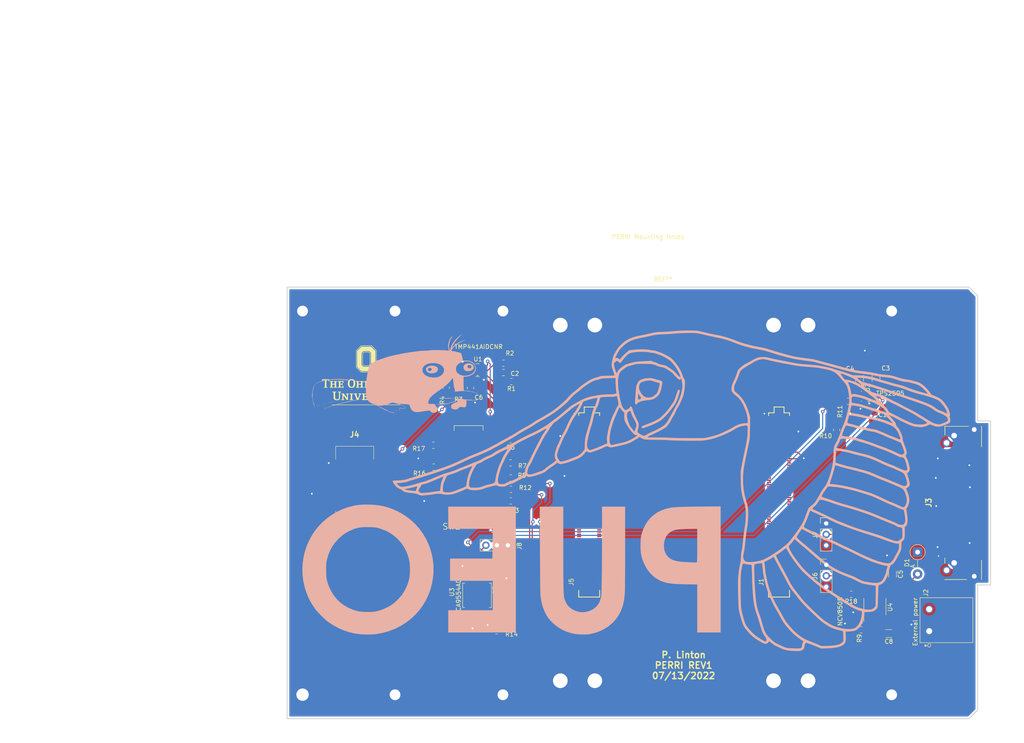
<source format=kicad_pcb>
(kicad_pcb (version 20211014) (generator pcbnew)
  (layers (0 "F.Cu" signal) (31 "B.Cu" signal) (34 "B.Paste" user) (35 "F.Paste" user) (36 "B.SilkS" user "B.Silkscreen") (37 "F.SilkS" user "F.Silkscreen") (38 "B.Mask" user) (39 "F.Mask" user) (44 "Edge.Cuts" user))
  (net 0 "")
  (net 1 "Net-(C1-Pad1)")
  (net 2 "GND")
  (net 3 "Net-(C2-Pad1)")
  (net 4 "Net-(C2-Pad2)")
  (net 5 "+12V")
  (net 6 "/12V_To_Hat")
  (net 7 "Net-(C5-Pad2)")
  (net 8 "+5V")
  (net 9 "/DXN")
  (net 10 "/DXP")
  (net 11 "Net-(R16-Pad1)")
  (net 12 "Net-(R17-Pad1)")
  (net 229 "/SDA")
  (net 230 "/SCL")
  (net 375 "Net-(J6-Pad2)")
  (net 376 "Net-(J7-Pad2)")
  (net 377 "/DS_EN")
  (net 378 "/To_Efuse_EN")
  (net 379 "/GPIO_EN")
  (net 380 "/TMP_A1")
  (net 381 "/TMP_A0")
  (net 382 "Net-(R9-Pad2)")
  (net 383 "/FLT")
  (net 384 "Net-(R11-Pad1)")
  (net 385 "/GPIO_A0")
  (net 386 "Net-(R18-Pad1)")
  (net 387 "/GPIO_A1")
  (net 388 "/GPIO_A2")
  (footprint "footprints:1757242" (layer "F.Cu") (at 237.15 120.86 90)
    (fp_text reference "J2")
    (fp_text value "External power")
  )
  (footprint "Resistor_SMD:R_0805_2012Metric" (layer "F.Cu") (at 127.98 69.59 90)
    (fp_text reference "R3")
    (fp_text value "R_US")
  )
  (footprint "Capacitor_SMD:C_1206_3216Metric" (layer "F.Cu") (at 221.01 67.39 90)
    (fp_text reference "C4")
    (fp_text value "C_Polarized_US")
  )
  (footprint "footprints:OSU_Logo" (layer "F.Cu") (at 106.73 66.65)
    (fp_text reference "G***" hide)
    (fp_text value "LOGO" hide)
  )
  (footprint "Diode_THT:D_DO-41_SOD81_P5.08mm_Vertical_AnodeUp" (layer "F.Cu") (at 234.46 107.637818 -90)
    (fp_text reference "D1")
    (fp_text value "DIODE")
  )
  (footprint "Resistor_SMD:R_0805_2012Metric" (layer "F.Cu") (at 215.7 79.32 -90)
    (fp_text reference "R10")
    (fp_text value "R_US")
  )
  (footprint "Capacitor_SMD:C_1206_3216Metric" (layer "F.Cu") (at 224.83 67.37 90)
    (fp_text reference "C3")
    (fp_text value "C_Polarized_US")
  )
  (footprint "Resistor_SMD:R_0805_2012Metric" (layer "F.Cu") (at 140.35625 68.11 180)
    (fp_text reference "R1")
    (fp_text value "R_US")
  )
  (footprint "Resistor_SMD:R_0805_2012Metric" (layer "F.Cu") (at 140.15 86.95)
    (fp_text reference "R7")
    (fp_text value "R_US")
  )
  (footprint "footprints:PUEO150" (layer "F.Cu") (at 166.98 93.4)
    (fp_text reference "G***" hide)
    (fp_text value "LOGO" hide)
  )
  (footprint "footprints:302010030000" (layer "F.Cu") (at 103.8 92.1 -90)
    (fp_text reference "J4")
    (fp_text value "Conn_02x05_Counter_Clockwise" hide)
  )
  (footprint "Connector_PinHeader_2.54mm:PinHeader_1x03_P2.54mm_Vertical" (layer "F.Cu") (at 139.52 106.04 -90)
    (fp_text reference "J8")
    (fp_text value "Conn_01x03")
  )
  (footprint "Capacitor_SMD:C_1206_3216Metric" (layer "F.Cu") (at 228.65 112.74 -90)
    (fp_text reference "C5")
    (fp_text value "0.1uF")
  )
  (footprint "Resistor_SMD:R_0805_2012Metric" (layer "F.Cu") (at 136.92 123.67 180)
    (fp_text reference "R15")
    (fp_text value "R_US")
  )
  (footprint "footprints:SAMTEC_SS5-80-3.00-X-D-K-XX" (layer "F.Cu") (at 158.369396 96.233 90)
    (fp_text reference "J5")
    (fp_text value "SS5-80-3.00-X-D-K-XX")
  )
  (footprint "Capacitor_SMD:C_0805_2012Metric" (layer "F.Cu") (at 138.24 116.53 90)
    (fp_text reference "C7")
    (fp_text value "C_Small")
  )
  (footprint "footprints:FX23100S05SH" (layer "F.Cu") (at 245.027996 96.233 90)
    (fp_text reference "J3")
    (fp_text value "Conn_02x50_Counter_Clockwise" hide)
  )
  (footprint "Package_SO:SOIC-8-1EP_3.9x4.9mm_P1.27mm_EP2.514x3.2mm" (layer "F.Cu") (at 224.569725 120.262425 90)
    (fp_text reference "U4")
    (fp_text value "NCV8508")
  )
  (footprint "footprints:Perry" (layer "F.Cu") (at 113.77 67.73)
    (fp_text reference "G***" hide)
    (fp_text value "LOGO" hide)
  )
  (footprint "Resistor_SMD:R_0805_2012Metric" (layer "F.Cu") (at 140.24 93.08)
    (fp_text reference "R12")
    (fp_text value "R_US")
  )
  (footprint "Connector_PinHeader_2.54mm:PinHeader_1x03_P2.54mm_Vertical" (layer "F.Cu") (at 213.28 100.985)
    (fp_text reference "J7")
    (fp_text value "Conn_01x03")
  )
  (footprint "Connector_PinHeader_2.54mm:PinHeader_1x03_P2.54mm_Vertical" (layer "F.Cu") (at 213.31 110.575)
    (fp_text reference "J6")
    (fp_text value "Conn_01x03")
  )
  (footprint "Resistor_SMD:R_0805_2012Metric" (layer "F.Cu") (at 138.48625 63.86 180)
    (fp_text reference "R2")
    (fp_text value "R_US")
  )
  (footprint "Resistor_SMD:R_0805_2012Metric" (layer "F.Cu") (at 218.36 72.67 180)
    (fp_text reference "R11")
    (fp_text value "R_US")
  )
  (footprint "TPS441:TPS259525DSGR" (layer "F.Cu") (at 222.4352 71.5242 180)
    (fp_text reference "U2")
    (fp_text value "TPS2595")
  )
  (footprint "Capacitor_SMD:C_0805_2012Metric" (layer "F.Cu") (at 130.88 69.59 -90)
    (fp_text reference "C6")
    (fp_text value "C_Small")
  )
  (footprint "footprints:PERRI_Outline" (layer "F.Cu") (at 175.391196 90.2348)
    (fp_text reference "REF**")
    (fp_text value "PERRI_Outline")
    (fp_line (start 72.9882 24.9944) (end 72.9882 53.9944) (layer "Edge.Cuts") (width 0.2))
    (fp_line (start 75.9882 24.9944) (end 72.9882 24.9944) (layer "Edge.Cuts") (width 0.2))
    (fp_line (start 72.9882 -13.0056) (end 75.9882 -13.0056) (layer "Edge.Cuts") (width 0.2))
    (fp_line (start 70.9882 55.9944) (end -87.0118 55.9944) (layer "Edge.Cuts") (width 0.2))
    (fp_line (start 72.9882 -42.0056) (end 72.9882 -13.0056) (layer "Edge.Cuts") (width 0.2))
    (fp_line (start -87.0118 55.9944) (end -87.0118 -44.0056) (layer "Edge.Cuts") (width 0.2))
    (fp_line (start 75.9882 -13.0056) (end 75.9882 24.9944) (layer "Edge.Cuts") (width 0.2))
    (fp_line (start 70.9882 -44.0056) (end 72.9882 -42.0056) (layer "Edge.Cuts") (width 0.2))
    (fp_line (start -87.0118 -44.0056) (end 70.9882 -44.0056) (layer "Edge.Cuts") (width 0.2))
    (fp_line (start 72.9882 53.9944) (end 70.9882 55.9944) (layer "Edge.Cuts") (width 0.2))
  )
  (footprint "Resistor_SMD:R_0805_2012Metric" (layer "F.Cu") (at 122.26 82.87 180)
    (fp_text reference "R17")
    (fp_text value "R_US")
  )
  (footprint "Resistor_SMD:R_0805_2012Metric" (layer "F.Cu") (at 136.92 125.84 180)
    (fp_text reference "R14")
    (fp_text value "R_US")
  )
  (footprint "Resistor_SMD:R_0805_2012Metric" (layer "F.Cu") (at 219.06 117.4 180)
    (fp_text reference "R18")
    (fp_text value "R_US")
  )
  (footprint "Resistor_SMD:R_0805_2012Metric" (layer "F.Cu") (at 125.24 69.55 90)
    (fp_text reference "R4")
    (fp_text value "R_US")
  )
  (footprint "Resistor_SMD:R_0805_2012Metric" (layer "F.Cu") (at 140.22 95.76)
    (fp_text reference "R13")
    (fp_text value "R_US")
  )
  (footprint "footprints:TMP441AIDCNR" (layer "F.Cu") (at 132.514601 65.46165 180)
    (fp_text reference "U1")
    (fp_text value "TMP441AIDCNR")
  )
  (footprint "Resistor_SMD:R_0805_2012Metric" (layer "F.Cu") (at 140.14 81.6)
    (fp_text reference "R6")
    (fp_text value "R_US")
  )
  (footprint "PCA9554ADB:PCA9554ADB" (layer "F.Cu") (at 132.3775 117.64195 -90)
    (fp_text reference "U3")
    (fp_text value "PCA9554ADB")
  )
  (footprint "Resistor_SMD:R_0805_2012Metric" (layer "F.Cu") (at 135.39 101.93 180)
    (fp_text reference "R5")
    (fp_text value "R_US")
  )
  (footprint "Resistor_SMD:R_0805_2012Metric" (layer "F.Cu") (at 140.22 90.45)
    (fp_text reference "R8")
    (fp_text value "R_US")
  )
  (footprint "footprints:SAMTEC_SS5-80-3.00-X-D-K-XX" (layer "F.Cu") (at 202.369396 96.233 90)
    (fp_text reference "J1")
    (fp_text value "SS5-80-3.00-X-D-K-XX")
  )
  (footprint "footprints:SW_219-8LPSTRF" (layer "F.Cu") (at 130.430299 89.23 180)
    (fp_text reference "SW2")
    (fp_text value "SW_DIP_x08")
  )
  (footprint "footprints:PERRI_Mounting_Holes" (layer "F.Cu") (at 172.579551 90.239551)
    (fp_text reference "PERRI Mounting Holes")
    (fp_text value "PERRI_Mounting_Holes")
  )
  (footprint "Capacitor_SMD:C_0805_2012Metric" (layer "F.Cu") (at 138.51625 66.02 180)
    (fp_text reference "C2")
    (fp_text value "C_Small")
  )
  (footprint "Capacitor_SMD:C_0805_2012Metric" (layer "F.Cu") (at 224.5 74.51 -90)
    (fp_text reference "C1")
    (fp_text value "C")
  )
  (footprint "Resistor_SMD:R_0805_2012Metric" (layer "F.Cu") (at 221.38 125.62)
    (fp_text reference "R9")
    (fp_text value "R_US")
  )
  (footprint "Capacitor_SMD:C_1206_3216Metric" (layer "F.Cu") (at 227.79 126.49 180)
    (fp_text reference "C8")
    (fp_text value "1uF")
  )
  (footprint "Resistor_SMD:R_0805_2012Metric" (layer "F.Cu") (at 122.34165 87.94 180)
    (fp_text reference "R16")
    (fp_text value "R_US")
  )
  (gr_text "P. Linton\nPERRI REV1\n07/13/2022" (at 180.25 133.86) (layer "F.SilkS") (effects (font (size 1.5 1.5) (thickness 0.3))))
  (segment (start 223.385201 72.274201) (end 224.034201 72.274201) (width 0.25) (layer "F.Cu") (net 1))
  (segment (start 224.034201 72.274201) (end 224.5 72.74) (width 0.25) (layer "F.Cu") (net 1))
  (segment (start 224.5 72.74) (end 224.5 73.56) (width 0.25) (layer "F.Cu") (net 1))
  (segment (start 130.102501 111.962501) (end 129 110.86) (width 0.25) (layer "F.Cu") (net 2))
  (segment (start 204.704396 87.483) (end 206.497 87.483) (width 0.25) (layer "F.Cu") (net 2))
  (segment (start 239.727 87.983) (end 238.67 89.04) (width 0.25) (layer "F.Cu") (net 2))
  (segment (start 126.125299 93.04) (end 123.09 93.04) (width 0.25) (layer "F.Cu") (net 2))
  (segment (start 204.704396 84.483) (end 206.703 84.483) (width 0.25) (layer "F.Cu") (net 2))
  (segment (start 247.478974 103.483) (end 246.42 104.541974) (width 0.25) (layer "F.Cu") (net 2))
  (segment (start 129.976651 64.486651) (end 129.04 63.55) (width 0.25) (layer "F.Cu") (net 2))
  (segment (start 241.801996 89.483) (end 239.347 89.483) (width 0.25) (layer "F.Cu") (net 2))
  (segment (start 239.713 86.483) (end 239.205 85.975) (width 0.25) (layer "F.Cu") (net 2))
  (segment (start 238.67 90.16) (end 238.67 90.43) (width 0.25) (layer "F.Cu") (net 2))
  (segment (start 239.090974 105.07) (end 239.090974 106.459026) (width 0.25) (layer "F.Cu") (net 2))
  (segment (start 240.677974 104.983) (end 239.090974 106.57) (width 0.25) (layer "F.Cu") (net 2))
  (segment (start 206.295 79.145) (end 206.84 79.69) (width 0.25) (layer "F.Cu") (net 2))
  (segment (start 241.801996 95.483) (end 240.617 95.483) (width 0.25) (layer "F.Cu") (net 2))
  (segment (start 153.69 89.976) (end 153.697 89.983) (width 0.25) (layer "F.Cu") (net 2))
  (segment (start 247.478974 89.483) (end 246.46 88.464026) (width 0.25) (layer "F.Cu") (net 2))
  (segment (start 204.704396 82.983) (end 205.468418 82.983) (width 0.25) (layer "F.Cu") (net 2))
  (segment (start 239.685974 85.975) (end 239.205 85.975) (width 0.25) (layer "F.Cu") (net 2))
  (segment (start 246.46 86.001974) (end 247.478974 84.983) (width 0.25) (layer "F.Cu") (net 2))
  (segment (start 206.295 80.656418) (end 206.295 79.995) (width 0.25) (layer "F.Cu") (net 2))
  (segment (start 240.677974 84.983) (end 239.685974 85.975) (width 0.25) (layer "F.Cu") (net 2))
  (segment (start 238.78 98.585026) (end 238.78 97.32) (width 0.25) (layer "F.Cu") (net 2))
  (segment (start 240.677974 100.483) (end 238.78 98.585026) (width 0.25) (layer "F.Cu") (net 2))
  (segment (start 246.941026 87.983) (end 246.46 87.501974) (width 0.25) (layer "F.Cu") (net 2))
  (segment (start 241.801996 92.483) (end 240.153 92.483) (width 0.25) (layer "F.Cu") (net 2))
  (segment (start 248.677996 104.983) (end 246.647 104.983) (width 0.25) (layer "F.Cu") (net 2))
  (segment (start 240.617 95.483) (end 238.985 97.115) (width 0.25) (layer "F.Cu") (net 2))
  (segment (start 220.887575 120.262425) (end 219.56 121.59) (width 0.25) (layer "F.Cu") (net 2))
  (segment (start 223.21 61.31) (end 222.84 60.94) (width 0.25) (layer "F.Cu") (net 2))
  (segment (start 241.801996 84.983) (end 240.677974 84.983) (width 0.25) (layer "F.Cu") (net 2))
  (segment (start 224.569725 120.262425) (end 220.887575 120.262425) (width 0.25) (layer "F.Cu") (net 2))
  (segment (start 230.96 126.49) (end 233.03 124.42) (width 0.25) (layer "F.Cu") (net 2))
  (segment (start 238.78 96.95) (end 238.78 97.32) (width 0.25) (layer "F.Cu") (net 2))
  (segment (start 100.775 92.1) (end 96.1 92.1) (width 0.25) (layer "F.Cu") (net 2))
  (segment (start 205.633 78.483) (end 206.295 79.145) (width 0.25) (layer "F.Cu") (net 2))
  (segment (start 155.692996 83.983) (end 154.753 83.983) (width 0.25) (layer "F.Cu") (net 2))
  (segment (start 153.04 81.2) (end 152.14 81.2) (width 0.25) (layer "F.Cu") (net 2))
  (segment (start 241.801996 87.983) (end 239.727 87.983) (width 0.25) (layer "F.Cu") (net 2))
  (segment (start 246.42 104.541974) (end 246.42 105.21) (width 0.25) (layer "F.Cu") (net 2))
  (segment (start 247.478974 107.983) (end 246.42 106.924026) (width 0.25) (layer "F.Cu") (net 2))
  (segment (start 246.42 105.424026) (end 246.42 105.21) (width 0.25) (layer "F.Cu") (net 2))
  (segment (start 154.713 91.983) (end 153.697 90.967) (width 0.25) (layer "F.Cu") (net 2))
  (segment (start 154.928974 85.983) (end 153.69 87.221974) (width 0.25) (layer "F.Cu") (net 2))
  (segment (start 241.801996 90.983) (end 238.807 90.983) (width 0.25) (layer "F.Cu") (net 2))
  (segment (start 248.677996 103.483) (end 247.478974 103.483) (width 0.25) (layer "F.Cu") (net 2))
  (segment (start 155.692996 87.983) (end 154.427 87.983) (width 0.25) (layer "F.Cu") (net 2))
  (segment (start 207.997 85.983) (end 208.1 85.88) (width 0.25) (layer "F.Cu") (net 2))
  (segment (start 241.801996 93.983) (end 240.677974 93.983) (width 0.25) (layer "F.Cu") (net 2))
  (segment (start 224.5 75.46) (end 222.29 75.46) (width 0.25) (layer "F.Cu") (net 2))
  (segment (start 240.153 92.483) (end 238.73 91.06) (width 0.25) (layer "F.Cu") (net 2))
  (segment (start 122.43 98.12) (end 120.22 95.91) (width 0.25) (layer "F.Cu") (net 2))
  (segment (start 121.82 85.42) (end 121.3475 84.9475) (width 0.25) (layer "F.Cu") (net 2))
  (segment (start 239.205 85.975) (end 239.14 85.91) (width 0.25) (layer "F.Cu") (net 2))
  (segment (start 121.3475 84.9475) (end 119.7525 84.9475) (width 0.25) (layer "F.Cu") (net 2))
  (segment (start 222.00922 72.274201) (end 222.4352 71.848221) (width 0.25) (layer "F.Cu") (net 2))
  (segment (start 238.67 91) (end 238.73 91.06) (width 0.25) (layer "F.Cu") (net 2))
  (segment (start 239.090974 106.57) (end 238.97 106.57) (width 0.25) (layer "F.Cu") (net 2))
  (segment (start 224.569725 121.210275) (end 224.569725 120.262425) (width 0.25) (layer "F.Cu") (net 2))
  (segment (start 223.934725 121.845275) (end 224.569725 121.210275) (width 0.25) (layer "F.Cu") (net 2))
  (segment (start 247.478974 96.983) (end 246.35 95.854026) (width 0.25) (layer "F.Cu") (net 2))
  (segment (start 222.4352 73.1948) (end 221.23 74.4) (width 0.25) (layer "F.Cu") (net 2))
  (segment (start 240.677974 103.483) (end 239.090974 105.07) (width 0.25) (layer "F.Cu") (net 2))
  (segment (start 130.88 70.54) (end 130.88 71.91) (width 0.25) (layer "F.Cu") (net 2))
  (segment (start 248.677996 87.983) (end 246.941026 87.983) (width 0.25) (layer "F.Cu") (net 2))
  (segment (start 219.06 125.62) (end 217.62 124.18) (width 0.25) (layer "F.Cu") (net 2))
  (segment (start 206.295 82.156418) (end 206.295 80.656418) (width 0.25) (layer "F.Cu") (net 2))
  (segment (start 248.677996 106.483) (end 247.478974 106.483) (width 0.25) (layer "F.Cu") (net 2))
  (segment (start 222.29 75.46) (end 221.23 74.4) (width 0.25) (layer "F.Cu") (net 2))
  (segment (start 121.66 90.5) (end 120.14 92.02) (width 0.25) (layer "F.Cu") (net 2))
  (segment (start 223.934725 122.899925) (end 223.934725 121.845275) (width 0.25) (layer "F.Cu") (net 2))
  (segment (start 221.01 65.915) (end 221.01 64.65) (width 0.25) (layer "F.Cu") (net 2))
  (segment (start 246.46 88.464026) (end 246.46 87.501974) (width 0.25) (layer "F.Cu") (net 2))
  (segment (start 241.801996 86.483) (end 239.713 86.483) (width 0.25) (layer "F.Cu") (net 2))
  (segment (start 223.21 62.45) (end 223.21 61.31) (width 0.25) (layer "F.Cu") (net 2))
  (segment (start 138.24 115.58) (end 138.24 114.61) (width 0.25) (layer "F.Cu") (net 2))
  (segment (start 120.14 95.83) (end 120.22 95.91) (width 0.25) (layer "F.Cu") (net 2))
  (segment (start 155.692996 91.983) (end 154.713 91.983) (width 0.25) (layer "F.Cu") (net 2))
  (segment (start 241.801996 104.983) (end 240.677974 104.983) (width 0.25) (layer "F.Cu") (net 2))
  (segment (start 247.478974 95.483) (end 246.35 94.354026) (width 0.25) (layer "F.Cu") (net 2))
  (segment (start 238.807 90.983) (end 238.73 91.06) (width 0.25) (layer "F.Cu") (net 2))
  (segment (start 154.567 79.983) (end 153.35 81.2) (width 0.25) (layer "F.Cu") (net 2))
  (segment (start 155.692996 89.983) (end 153.697 89.983) (width 0.25) (layer "F.Cu") (net 2))
  (segment (start 152.14 81.2) (end 151.67 80.73) (width 0.25) (layer "F.Cu") (net 2))
  (segment (start 238.67 89.04) (end 238.67 90.43) (width 0.25) (layer "F.Cu") (net 2))
  (segment (start 247.478974 84.983) (end 248.677996 84.983) (width 0.25) (layer "F.Cu") (net 2))
  (segment (start 241.801996 100.483) (end 240.677974 100.483) (width 0.25) (layer "F.Cu") (net 2))
  (segment (start 154.427 87.983) (end 153.69 88.72) (width 0.25) (layer "F.Cu") (net 2))
  (segment (start 247.478974 90.983) (end 246.35 92.111974) (width 0.25) (layer "F.Cu") (net 2))
  (segment (start 217.4475 72.67) (end 217.4475 74.0975) (width 0.25) (layer "F.Cu") (net 2))
  (segment (start 224.83 65.895) (end 224.83 64.07) (width 0.25) (layer "F.Cu") (net 2))
  (segment (start 126.125299 85.42) (end 121.82 85.42) (width 0.25) (layer "F.Cu") (net 2))
  (segment (start 228.65 111.265) (end 228.65 109.67) (width 0.25) (layer "F.Cu") (net 2))
  (segment (start 239.737 106.483) (end 239.31 106.91) (width 0.25) (layer "F.Cu") (net 2))
  (segment (start 248.677996 92.483) (end 246.707 92.483) (width 0.25) (layer "F.Cu") (net 2))
  (segment (start 155.692996 85.983) (end 154.928974 85.983) (width 0.25) (layer "F.Cu") (net 2))
  (segment (start 246.585 92.605) (end 246.35 92.84) (width 0.25) (layer "F.Cu") (net 2))
  (segment (start 241.801996 106.483) (end 239.737 106.483) (width 0.25) (layer "F.Cu") (net 2))
  (segment (start 153.69 88.72) (end 153.69 89.976) (width 0.25) (layer "F.Cu") (net 2))
  (segment (start 246.46 87.501974) (end 246.46 86.001974) (width 0.25) (layer "F.Cu") (net 2))
  (segment (start 121.3475 84.9475) (end 121.3475 82.87) (width 0.25) (layer "F.Cu") (net 2))
  (segment (start 154.133 81.983) (end 153.35 81.2) (width 0.25) (layer "F.Cu") (net 2))
  (segment (start 121.42915 85.02915) (end 121.3475 84.9475) (width 0.25) (layer "F.Cu") (net 2))
  (segment (start 239.090974 106.459026) (end 239.090974 106.57) (width 0.25) (layer "F.Cu") (net 2))
  (segment (start 206.703 84.483) (end 208.1 85.88) (width 0.25) (layer "F.Cu") (net 2))
  (segment (start 204.704396 85.983) (end 207.997 85.983) (width 0.25) (layer "F.Cu") (net 2))
  (segment (start 120.14 92.02) (end 120.14 95.78) (width 0.25) (layer "F.Cu") (net 2))
  (segment (start 222.91 62.75) (end 223.21 62.45) (width 0.25) (layer "F.Cu") (net 2))
  (segment (start 153.35 81.2) (end 153.04 81.2) (width 0.25) (layer "F.Cu") (net 2))
  (segment (start 247.478974 86.483) (end 246.46 87.501974) (width 0.25) (layer "F.Cu") (net 2))
  (segment (start 246.707 92.483) (end 246.585 92.605) (width 0.25) (layer "F.Cu") (net 2))
  (segment (start 229.265 126.49) (end 230.96 126.49) (width 0.25) (layer "F.Cu") (net 2))
  (segment (start 153.69 87.221974) (end 153.69 88.72) (width 0.25) (layer "F.Cu") (net 2))
  (segment (start 238.985 97.115) (end 238.78 97.32) (width 0.25) (layer "F.Cu") (net 2))
  (segment (start 239.117 96.983) (end 238.985 97.115) (width 0.25) (layer "F.Cu") (net 2))
  (segment (start 248.677996 89.483) (end 247.478974 89.483) (width 0.25) (layer "F.Cu") (net 2))
  (segment (start 126.125299 95.58) (end 120.55 95.58) (width 0.25) (layer "F.Cu") (net 2))
  (segment (start 246.647 104.983) (end 246.42 105.21) (width 0.25) (layer "F.Cu") (net 2))
  (segment (start 122.22 80.34) (end 121.3475 81.2125) (width 0.25) (layer "F.Cu") (net 2))
  (segment (start 248.677996 95.483) (end 247.478974 95.483) (width 0.25) (layer "F.Cu") (net 2))
  (segment (start 246.517987 105.522013) (end 246.42 105.424026) (width 0.25) (layer "F.Cu") (net 2))
  (segment (start 123.09 93.04) (end 120.22 95.91) (width 0.25) (layer "F.Cu") (net 2))
  (segment (start 130.102501 114.21295) (end 130.102501 111.962501) (width 0.25) (layer "F.Cu") (net 2))
  (segment (start 246.35 93.98) (end 246.35 92.84) (width 0.25) (layer "F.Cu") (net 2))
  (segment (start 205.468418 82.983) (end 206.295 82.156418) (width 0.25) (layer "F.Cu") (net 2))
  (segment (start 204.704396 79.983) (end 206.283 79.983) (width 0.25) (layer "F.Cu") (net 2))
  (segment (start 248.677996 86.483) (end 247.478974 86.483) (width 0.25) (layer "F.Cu") (net 2))
  (segment (start 153.697 90.967) (end 153.697 89.983) (width 0.25) (layer "F.Cu") (net 2))
  (segment (start 154.567 79.983) (end 156.034396 79.983) (width 0.25) (layer "F.Cu") (net 2))
  (segment (start 247.493 93.983) (end 246.35 92.84) (width 0.25) (layer "F.Cu") (net 2))
  (segment (start 224.83 64.07) (end 223.21 62.45) (width 0.25) (layer "F.Cu") (net 2))
  (segment (start 154.753 83.983) (end 153.04 82.27) (width 0.25) (layer "F.Cu") (net 2))
  (segment (start 126.125299 80.34) (end 122.22 80.34) (width 0.25) (layer "F.Cu") (net 2))
  (segment (start 121.42915 87.94) (end 121.42915 85.02915) (width 0.25) (layer "F.Cu") (net 2))
  (segment (start 130.88 71.91) (end 131.93 72.96) (width 0.25) (layer "F.Cu") (net 2))
  (segment (start 126.125299 98.12) (end 122.43 98.12) (width 0.25) (layer "F.Cu") (net 2))
  (segment (start 248.677996 90.983) (end 247.478974 90.983) (width 0.25) (layer "F.Cu") (net 2))
  (segment (start 240.383 107.983) (end 239.31 106.91) (width 0.25) (layer "F.Cu") (net 2))
  (segment (start 240.677974 93.983) (end 238.78 95.880974) (width 0.25) (layer "F.Cu") (net 2))
  (segment (start 126.125299 90.5) (end 121.66 90.5) (width 0.25) (layer "F.Cu") (net 2))
  (segment (start 246.35 92.111974) (end 246.35 92.84) (width 0.25) (layer "F.Cu") (net 2))
  (segment (start 239.347 89.483) (end 238.67 90.16) (width 0.25) (layer "F.Cu") (net 2))
  (segment (start 220.4675 125.62) (end 219.06 125.62) (width 0.25) (layer "F.Cu") (net 2))
  (segment (start 131.320801 64.486651) (end 129.976651 64.486651) (width 0.25) (layer "F.Cu") (net 2))
  (segment (start 217.4475 74.0975) (end 218.85 75.5) (width 0.25) (layer "F.Cu") (net 2))
  (segment (start 246.35 94.354026) (end 246.35 93.98) (width 0.25) (layer "F.Cu") (net 2))
  (segment (start 205.468418 81.483) (end 206.295 80.656418) (width 0.25) (layer "F.Cu") (net 2))
  (segment (start 138.24 114.61) (end 139.18 113.67) (width 0.25) (layer "F.Cu") (net 2))
  (segment (start 246.42 106.924026) (end 246.42 105.424026) (width 0.25) (layer "F.Cu") (net 2))
  (segment (start 153.04 82.27) (end 153.04 81.2) (width 0.25) (layer "F.Cu") (net 2))
  (segment (start 246.35 95.854026) (end 246.35 93.98) (width 0.25) (layer "F.Cu") (net 2))
  (segment (start 222.4352 71.848221) (end 222.4352 71.524203) (width 0.25) (layer "F.Cu") (net 2))
  (segment (start 248.677996 93.983) (end 247.493 93.983) (width 0.25) (layer "F.Cu") (net 2))
  (segment (start 221.01 64.65) (end 222.91 62.75) (width 0.25) (layer "F.Cu") (net 2))
  (segment (start 120.55 95.58) (end 120.22 95.91) (width 0.25) (layer "F.Cu") (net 2))
  (segment (start 228.65 109.67) (end 227.38 108.4) (width 0.25) (layer "F.Cu") (net 2))
  (segment (start 247.478974 106.483) (end 246.517987 105.522013) (width 0.25) (layer "F.Cu") (net 2))
  (segment (start 153.697 89.983) (end 152.647 89.983) (width 0.25) (layer "F.Cu") (net 2))
  (segment (start 241.801996 107.983) (end 240.383 107.983) (width 0.25) (layer "F.Cu") (net 2))
  (segment (start 96.1 92.1) (end 94.1 94.1) (width 0.25) (layer "F.Cu") (net 2))
  (segment (start 155.692996 81.983) (end 154.133 81.983) (width 0.25) (layer "F.Cu") (net 2))
  (segment (start 204.704396 78.483) (end 205.633 78.483) (width 0.25) (layer "F.Cu") (net 2))
  (segment (start 241.801996 103.483) (end 240.677974 103.483) (width 0.25) (layer "F.Cu") (net 2))
  (segment (start 121.3475 81.2125) (end 121.3475 82.87) (width 0.25) (layer "F.Cu") (net 2))
  (segment (start 221.485199 72.274201) (end 222.00922 72.274201) (width 0.25) (layer "F.Cu") (net 2))
  (segment (start 239.31 106.91) (end 238.97 106.57) (width 0.25) (layer "F.Cu") (net 2))
  (segment (start 120.14 95.78) (end 120.14 95.83) (width 0.25) (layer "F.Cu") (net 2))
  (segment (start 206.283 79.983) (end 206.295 79.995) (width 0.25) (layer "F.Cu") (net 2))
  (segment (start 238.78 95.880974) (end 238.78 96.95) (width 0.25) (layer "F.Cu") (net 2))
  (segment (start 204.704396 81.483) (end 205.468418 81.483) (width 0.25) (layer "F.Cu") (net 2))
  (segment (start 206.497 87.483) (end 208.1 85.88) (width 0.25) (layer "F.Cu") (net 2))
  (segment (start 241.801996 96.983) (end 239.117 96.983) (width 0.25) (layer "F.Cu") (net 2))
  (segment (start 222.4352 71.524203) (end 222.4352 73.1948) (width 0.25) (layer "F.Cu") (net 2))
  (segment (start 222.84 60.94) (end 222.23 60.94) (width 0.25) (layer "F.Cu") (net 2))
  (segment (start 119.7525 84.9475) (end 118.78 85.92) (width 0.25) (layer "F.Cu") (net 2))
  (segment (start 206.295 79.995) (end 206.295 79.145) (width 0.25) (layer "F.Cu") (net 2))
  (segment (start 248.677996 107.983) (end 247.478974 107.983) (width 0.25) (layer "F.Cu") (net 2))
  (segment (start 248.677996 96.983) (end 247.478974 96.983) (width 0.25) (layer "F.Cu") (net 2))
  (segment (start 238.67 90.43) (end 238.67 91) (width 0.25) (layer "F.Cu") (net 2))
  (via (at 151.67 80.73) (size 0.8) (drill 0.4) (layers "F.Cu" "B.Cu") (net 2))
  (via (at 118.78 85.92) (size 0.8) (drill 0.4) (layers "F.Cu" "B.Cu") (net 2))
  (via (at 131.93 72.96) (size 0.8) (drill 0.4) (layers "F.Cu" "B.Cu") (net 2))
  (via (at 238.67 90.43) (size 0.8) (drill 0.4) (layers "F.Cu" "B.Cu") (net 2))
  (via (at 139.18 113.67) (size 0.8) (drill 0.4) (layers "F.Cu" "B.Cu") (net 2))
  (via (at 129 110.86) (size 0.8) (drill 0.4) (layers "F.Cu" "B.Cu") (net 2))
  (via (at 129.04 63.55) (size 0.8) (drill 0.4) (layers "F.Cu" "B.Cu") (net 2))
  (via (at 206.84 79.69) (size 0.8) (drill 0.4) (layers "F.Cu" "B.Cu") (net 2))
  (via (at 221.23 74.4) (size 0.8) (drill 0.4) (layers "F.Cu" "B.Cu") (net 2))
  (via (at 239.090974 106.459026) (size 0.8) (drill 0.4) (layers "F.Cu" "B.Cu") (net 2))
  (via (at 222.23 60.94) (size 0.8) (drill 0.4) (layers "F.Cu" "B.Cu") (net 2))
  (via (at 239.14 85.91) (size 0.8) (drill 0.4) (layers "F.Cu" "B.Cu") (net 2))
  (via (at 219.56 121.59) (size 0.8) (drill 0.4) (layers "F.Cu" "B.Cu") (net 2))
  (via (at 94.1 94.1) (size 0.8) (drill 0.4) (layers "F.Cu" "B.Cu") (net 2))
  (via (at 217.62 124.18) (size 0.8) (drill 0.4) (layers "F.Cu" "B.Cu") (net 2))
  (via (at 246.517987 105.522013) (size 0.8) (drill 0.4) (layers "F.Cu" "B.Cu") (net 2))
  (via (at 227.38 108.4) (size 0.8) (drill 0.4) (layers "F.Cu" "B.Cu") (net 2))
  (via (at 233.03 124.42) (size 0.8) (drill 0.4) (layers "F.Cu" "B.Cu") (net 2))
  (via (at 238.78 96.95) (size 0.8) (drill 0.4) (layers "F.Cu" "B.Cu") (net 2))
  (via (at 246.585 92.605) (size 0.8) (drill 0.4) (layers "F.Cu" "B.Cu") (net 2))
  (via (at 246.46 87.501974) (size 0.8) (drill 0.4) (layers "F.Cu" "B.Cu") (net 2))
  (via (at 208.1 85.88) (size 0.8) (drill 0.4) (layers "F.Cu" "B.Cu") (net 2))
  (via (at 120.14 95.78) (size 0.8) (drill 0.4) (layers "F.Cu" "B.Cu") (net 2))
  (via (at 218.85 75.5) (size 0.8) (drill 0.4) (layers "F.Cu" "B.Cu") (net 2))
  (via (at 152.647 89.983) (size 0.8) (drill 0.4) (layers "F.Cu" "B.Cu") (net 2))
  (segment (start 136.12625 68.12) (end 139.43375 68.12) (width 0.25) (layer "F.Cu") (net 3))
  (segment (start 133.708401 66.436649) (end 134.442899 66.436649) (width 0.25) (layer "F.Cu") (net 3))
  (segment (start 139.44375 66.0425) (end 139.46625 66.02) (width 0.25) (layer "F.Cu") (net 3))
  (segment (start 139.44375 68.11) (end 139.44375 66.0425) (width 0.25) (layer "F.Cu") (net 3))
  (segment (start 139.43375 68.12) (end 139.44375 68.11) (width 0.25) (layer "F.Cu") (net 3))
  (segment (start 134.442899 66.436649) (end 136.12625 68.12) (width 0.25) (layer "F.Cu") (net 3))
  (segment (start 137.56625 66.02) (end 137.56625 63.8675) (width 0.25) (layer "F.Cu") (net 4))
  (segment (start 134.618801 65.786651) (end 135.520851 64.884601) (width 0.25) (layer "F.Cu") (net 4))
  (segment (start 133.708401 65.786651) (end 134.618801 65.786651) (width 0.25) (layer "F.Cu") (net 4))
  (segment (start 137.56625 63.8675) (end 137.57375 63.86) (width 0.25) (layer "F.Cu") (net 4))
  (segment (start 136.545452 63.86) (end 137.57375 63.86) (width 0.25) (layer "F.Cu") (net 4))
  (segment (start 135.520851 64.884601) (end 136.545452 63.86) (width 0.25) (layer "F.Cu") (net 4))
  (segment (start 223.385201 71.2742) (end 223.8558 71.2742) (width 0.25) (layer "F.Cu") (net 5))
  (segment (start 223.8558 71.2742) (end 224.28 70.85) (width 0.25) (layer "F.Cu") (net 5))
  (segment (start 221.054202 70.774202) (end 220.75 70.47) (width 0.25) (layer "F.Cu") (net 6))
  (segment (start 199.093 77.983) (end 200.034396 77.983) (width 0.25) (layer "F.Cu") (net 6))
  (segment (start 221.485199 70.774202) (end 221.054202 70.774202) (width 0.25) (layer "F.Cu") (net 6))
  (segment (start 198.76 77.65) (end 199.093 77.983) (width 0.25) (layer "F.Cu") (net 6))
  (segment (start 198.76 76.93) (end 198.76 77.65) (width 0.25) (layer "F.Cu") (net 6))
  (segment (start 228.65 115.95) (end 228.7 116) (width 0.25) (layer "F.Cu") (net 7))
  (segment (start 234.46 112.717818) (end 231.177818 116) (width 0.25) (layer "F.Cu") (net 7))
  (segment (start 228.7 116) (end 226.46 116) (width 0.25) (layer "F.Cu") (net 7))
  (segment (start 228.65 114.215) (end 228.65 115.95) (width 0.25) (layer "F.Cu") (net 7))
  (segment (start 231.177818 116) (end 228.7 116) (width 0.25) (layer "F.Cu") (net 7))
  (segment (start 226.474725 117.624925) (end 226.46 117.6102) (width 0.25) (layer "F.Cu") (net 7))
  (segment (start 226.46 117.6102) (end 226.46 116) (width 0.25) (layer "F.Cu") (net 7))
  (segment (start 131.3 67.41) (end 130.89 67.41) (width 0.25) (layer "F.Cu") (net 8))
  (segment (start 131.320801 66.436649) (end 131.320801 67.389199) (width 0.25) (layer "F.Cu") (net 8))
  (segment (start 131.320801 67.389199) (end 131.3 67.41) (width 0.25) (layer "F.Cu") (net 8))
  (segment (start 130.88 67.42) (end 130.88 68.64) (width 0.25) (layer "F.Cu") (net 8))
  (segment (start 130.89 67.41) (end 130.88 67.42) (width 0.25) (layer "F.Cu") (net 8))
  (segment (start 148.23 74.81) (end 149.903 76.483) (width 0.2) (layer "F.Cu") (net 9))
  (segment (start 148.23 71.62) (end 148.23 74.81) (width 0.2) (layer "F.Cu") (net 9))
  (segment (start 140.47 63.86) (end 148.23 71.62) (width 0.2) (layer "F.Cu") (net 9))
  (segment (start 139.39875 63.86) (end 140.47 63.86) (width 0.2) (layer "F.Cu") (net 9))
  (segment (start 156.034396 76.483) (end 149.903 76.483) (width 0.2) (layer "F.Cu") (net 9))
  (segment (start 147 72.36) (end 142.75 68.11) (width 0.2) (layer "F.Cu") (net 10))
  (segment (start 142.75 68.11) (end 141.26875 68.11) (width 0.2) (layer "F.Cu") (net 10))
  (segment (start 149.253 76.983) (end 147 74.73) (width 0.2) (layer "F.Cu") (net 10))
  (segment (start 149.253 76.983) (end 156.034396 76.983) (width 0.2) (layer "F.Cu") (net 10))
  (segment (start 147 74.73) (end 147 72.36) (width 0.2) (layer "F.Cu") (net 10))
  (segment (start 126.125299 87.96) (end 123.27415 87.96) (width 0.25) (layer "F.Cu") (net 11))
  (segment (start 123.27415 87.96) (end 123.25415 87.94) (width 0.25) (layer "F.Cu") (net 11))
  (segment (start 123.1825 82.88) (end 126.125299 82.88) (width 0.25) (layer "F.Cu") (net 12))
  (segment (start 123.1725 82.87) (end 123.1825 82.88) (width 0.25) (layer "F.Cu") (net 12))
  (segment (start 246.287 84.483) (end 245.67 85.1) (width 0.25) (layer "F.Cu") (net 229))
  (segment (start 92.21 102.55) (end 94.674282 102.55) (width 0.25) (layer "F.Cu") (net 229))
  (segment (start 134.49 123.67) (end 136.0075 123.67) (width 0.25) (layer "F.Cu") (net 229))
  (segment (start 127.423351 65.136649) (end 126.035 66.525) (width 0.25) (layer "F.Cu") (net 229))
  (segment (start 200.57 123.68952) (end 153.08 123.68952) (width 0.25) (layer "F.Cu") (net 229))
  (segment (start 94.5 83.39) (end 92.21 85.68) (width 0.25) (layer "F.Cu") (net 229))
  (segment (start 114.112141 121.987859) (end 115.604282 123.48) (width 0.25) (layer "F.Cu") (net 229))
  (segment (start 123.17 68.61) (end 125.255 66.525) (width 0.25) (layer "F.Cu") (net 229))
  (segment (start 146.79 123.68952) (end 153.08 123.68952) (width 0.25) (layer "F.Cu") (net 229))
  (segment (start 248.677996 84.483) (end 246.287 84.483) (width 0.25) (layer "F.Cu") (net 229))
  (segment (start 107.275 87.02) (end 107.275 86.995) (width 0.25) (layer "F.Cu") (net 229))
  (segment (start 134.84 124.5) (end 134.84 124.02) (width 0.25) (layer "F.Cu") (net 229))
  (segment (start 94.674282 102.55) (end 114.112141 121.987859) (width 0.25) (layer "F.Cu") (net 229))
  (segment (start 141.65952 128.82) (end 146.79 123.68952) (width 0.25) (layer "F.Cu") (net 229))
  (segment (start 245.67 85.1) (end 245.67 124.22) (width 0.25) (layer "F.Cu") (net 229))
  (segment (start 125.255 66.525) (end 126.035 66.525) (width 0.25) (layer "F.Cu") (net 229))
  (segment (start 107.275 86.995) (end 123.17 71.1) (width 0.25) (layer "F.Cu") (net 229))
  (segment (start 126.035 66.525) (end 125.24 67.32) (width 0.25) (layer "F.Cu") (net 229))
  (segment (start 134.87 128.82) (end 141.65952 128.82) (width 0.25) (layer "F.Cu") (net 229))
  (segment (start 115.604282 123.48) (end 128.95 123.48) (width 0.25) (layer "F.Cu") (net 229))
  (segment (start 134.84 124.02) (end 134.49 123.67) (width 0.25) (layer "F.Cu") (net 229))
  (segment (start 208.39 131.50952) (end 200.57 123.68952) (width 0.25) (layer "F.Cu") (net 229))
  (segment (start 128.95 123.48) (end 129.53 123.48) (width 0.25) (layer "F.Cu") (net 229))
  (segment (start 106.39 87.02) (end 102.76 83.39) (width 0.25) (layer "F.Cu") (net 229))
  (segment (start 125.24 67.32) (end 125.24 68.6375) (width 0.25) (layer "F.Cu") (net 229))
  (segment (start 131.320801 65.136649) (end 127.423351 65.136649) (width 0.25) (layer "F.Cu") (net 229))
  (segment (start 131.33 125.28) (end 134.87 128.82) (width 0.25) (layer "F.Cu") (net 229))
  (segment (start 238.38048 131.50952) (end 208.39 131.50952) (width 0.25) (layer "F.Cu") (net 229))
  (segment (start 245.67 124.22) (end 238.38048 131.50952) (width 0.25) (layer "F.Cu") (net 229))
  (segment (start 107.275 87.02) (end 106.39 87.02) (width 0.25) (layer "F.Cu") (net 229))
  (segment (start 123.17 71.1) (end 123.17 68.61) (width 0.25) (layer "F.Cu") (net 229))
  (segment (start 134.002498 121.07095) (end 134.002498 123.182498) (width 0.25) (layer "F.Cu") (net 229))
  (segment (start 134.002498 123.182498) (end 134.49 123.67) (width 0.25) (layer "F.Cu") (net 229))
  (segment (start 92.21 85.68) (end 92.21 102.55) (width 0.25) (layer "F.Cu") (net 229))
  (segment (start 129.53 123.48) (end 131.33 125.28) (width 0.25) (layer "F.Cu") (net 229))
  (segment (start 102.76 83.39) (end 94.5 83.39) (width 0.25) (layer "F.Cu") (net 229))
  (via (at 134.84 124.5) (size 0.8) (drill 0.4) (layers "F.Cu" "B.Cu") (net 229))
  (via (at 131.33 125.28) (size 0.8) (drill 0.4) (layers "F.Cu" "B.Cu") (net 229))
  (segment (start 131.33 125.28) (end 132.11 124.5) (width 0.25) (layer "B.Cu") (net 229))
  (segment (start 132.11 124.5) (end 134.84 124.5) (width 0.25) (layer "B.Cu") (net 229))
  (segment (start 115.722499 122.962499) (end 133.347501 122.962499) (width 0.25) (layer "F.Cu") (net 230))
  (segment (start 128.085 66.235) (end 128.54 65.78) (width 0.25) (layer "F.Cu") (net 230))
  (segment (start 159.15 122.97) (end 200.53 122.97) (width 0.25) (layer "F.Cu") (net 230))
  (segment (start 141.43 128.35) (end 146.54 123.24) (width 0.25) (layer "F.Cu") (net 230))
  (segment (start 109.26 89.56) (end 107.275 89.56) (width 0.25) (layer "F.Cu") (net 230))
  (segment (start 245.01 84.74) (end 245.767 83.983) (width 0.25) (layer "F.Cu") (net 230))
  (segment (start 128.546651 65.786651) (end 131.320801 65.786651) (width 0.25) (layer "F.Cu") (net 230))
  (segment (start 126.68 67.64) (end 128.085 66.235) (width 0.25) (layer "F.Cu") (net 230))
  (segment (start 133.352499 122.957501) (end 133.352499 121.07095) (width 0.25) (layer "F.Cu") (net 230))
  (segment (start 136.0075 126.8575) (end 137.5 128.35) (width 0.25) (layer "F.Cu") (net 230))
  (segment (start 107.275 89.56) (end 110.53 89.56) (width 0.25) (layer "F.Cu") (net 230))
  (segment (start 146.54 123.24) (end 158.88 123.24) (width 0.25) (layer "F.Cu") (net 230))
  (segment (start 158.88 123.24) (end 159.15 122.97) (width 0.25) (layer "F.Cu") (net 230))
  (segment (start 128.54 65.78) (end 128.546651 65.786651) (width 0.25) (layer "F.Cu") (net 230))
  (segment (start 133.352499 122.957501) (end 133.352499 124.282499) (width 0.25) (layer "F.Cu") (net 230))
  (segment (start 124.23 74.58) (end 126.68 72.13) (width 0.25) (layer "F.Cu") (net 230))
  (segment (start 127.98 68.6775) (end 127.98 66.34) (width 0.25) (layer "F.Cu") (net 230))
  (segment (start 208.62 131.06) (end 238.19 131.06) (width 0.25) (layer "F.Cu") (net 230))
  (segment (start 238.19 131.06) (end 245.12 124.13) (width 0.25) (layer "F.Cu") (net 230))
  (segment (start 111.19 118.43) (end 115.722499 122.962499) (width 0.25) (layer "F.Cu") (net 230))
  (segment (start 137.5 128.35) (end 141.43 128.35) (width 0.25) (layer "F.Cu") (net 230))
  (segment (start 133.347501 122.962499) (end 133.352499 122.957501) (width 0.25) (layer "F.Cu") (net 230))
  (segment (start 136.0075 125.84) (end 136.0075 126.8575) (width 0.25) (layer "F.Cu") (net 230))
  (segment (start 111.19 90.22) (end 111.19 118.43) (width 0.25) (layer "F.Cu") (net 230))
  (segment (start 245.01 119.96) (end 245.01 84.74) (width 0.25) (layer "F.Cu") (net 230))
  (segment (start 245.767 83.983) (end 248.677996 83.983) (width 0.25) (layer "F.Cu") (net 230))
  (segment (start 126.68 72.13) (end 126.68 67.64) (width 0.25) (layer "F.Cu") (net 230))
  (segment (start 115.11 83.71) (end 109.26 89.56) (width 0.25) (layer "F.Cu") (net 230))
  (segment (start 245.12 124.13) (end 245.12 120.07) (width 0.25) (layer "F.Cu") (net 230))
  (segment (start 110.53 89.56) (end 111.19 90.22) (width 0.25) (layer "F.Cu") (net 230))
  (segment (start 200.53 122.97) (end 208.62 131.06) (width 0.25) (layer "F.Cu") (net 230))
  (segment (start 134.94 125.87) (end 135.9775 125.87) (width 0.25) (layer "F.Cu") (net 230))
  (segment (start 135.9775 125.87) (end 136.0075 125.84) (width 0.25) (layer "F.Cu") (net 230))
  (segment (start 133.352499 124.282499) (end 134.94 125.87) (width 0.25) (layer "F.Cu") (net 230))
  (segment (start 127.98 66.34) (end 128.085 66.235) (width 0.25) (layer "F.Cu") (net 230))
  (segment (start 245.12 120.07) (end 245.01 119.96) (width 0.25) (layer "F.Cu") (net 230))
  (via (at 115.11 83.71) (size 0.8) (drill 0.4) (layers "F.Cu" "B.Cu") (net 230))
  (via (at 124.23 74.58) (size 0.8) (drill 0.4) (layers "F.Cu" "B.Cu") (net 230))
  (segment (start 124.23 74.58) (end 115.11 83.7) (width 0.25) (layer "B.Cu") (net 230))
  (segment (start 115.11 83.7) (end 115.11 83.71) (width 0.25) (layer "B.Cu") (net 230))
  (segment (start 223.934725 117.411353) (end 219.638372 113.115) (width 0.25) (layer "F.Cu") (net 375))
  (segment (start 219.638372 113.115) (end 213.31 113.115) (width 0.25) (layer "F.Cu") (net 375))
  (segment (start 223.934725 117.624925) (end 223.934725 117.411353) (width 0.25) (layer "F.Cu") (net 375))
  (segment (start 218.88 104.3) (end 218.105 103.525) (width 0.25) (layer "F.Cu") (net 376))
  (segment (start 218.88 110.43) (end 218.88 104.3) (width 0.25) (layer "F.Cu") (net 376))
  (segment (start 218.105 103.525) (end 213.28 103.525) (width 0.25) (layer "F.Cu") (net 376))
  (segment (start 225.204725 116.754725) (end 218.88 110.43) (width 0.25) (layer "F.Cu") (net 376))
  (segment (start 225.204725 117.624925) (end 225.204725 116.754725) (width 0.25) (layer "F.Cu") (net 376))
  (segment (start 139.52 106.04) (end 139.52 101.81) (width 0.25) (layer "F.Cu") (net 377))
  (segment (start 136.3025 101.93) (end 137.01 101.93) (width 0.25) (layer "F.Cu") (net 377))
  (segment (start 136.973299 98.12) (end 134.735299 98.12) (width 0.25) (layer "F.Cu") (net 377))
  (segment (start 137.01 101.93) (end 138.325 100.615) (width 0.25) (layer "F.Cu") (net 377))
  (segment (start 136.973299 99.263299) (end 136.973299 98.12) (width 0.25) (layer "F.Cu") (net 377))
  (segment (start 139.52 101.81) (end 138.325 100.615) (width 0.25) (layer "F.Cu") (net 377))
  (segment (start 138.325 100.615) (end 136.973299 99.263299) (width 0.25) (layer "F.Cu") (net 377))
  (segment (start 223.385201 71.774202) (end 225.614202 71.774202) (width 0.25) (layer "F.Cu") (net 378))
  (segment (start 225.614202 71.774202) (end 226.37 72.53) (width 0.25) (layer "F.Cu") (net 378))
  (via (at 226.37 72.53) (size 0.8) (drill 0.4) (layers "F.Cu" "B.Cu") (net 378))
  (segment (start 226.37 73.941201) (end 196.551201 103.76) (width 0.25) (layer "B.Cu") (net 378))
  (segment (start 226.37 72.53) (end 226.37 73.941201) (width 0.25) (layer "B.Cu") (net 378))
  (segment (start 137.42 103.76) (end 136.96 104.22) (width 0.25) (layer "B.Cu") (net 378))
  (segment (start 136.98 104.24) (end 136.98 106.04) (width 0.25) (layer "B.Cu") (net 378))
  (segment (start 136.96 104.22) (end 136.98 104.24) (width 0.25) (layer "B.Cu") (net 378))
  (segment (start 196.551201 103.76) (end 137.42 103.76) (width 0.25) (layer "B.Cu") (net 378))
  (segment (start 132.702501 114.21295) (end 132.702501 107.777499) (width 0.25) (layer "F.Cu") (net 379))
  (segment (start 132.702501 107.777499) (end 134.44 106.04) (width 0.25) (layer "F.Cu") (net 379))
  (segment (start 138.14 85.56) (end 137.7 86) (width 0.25) (layer "F.Cu") (net 380))
  (segment (start 143.37 79.33) (end 143.37 83.41) (width 0.25) (layer "F.Cu") (net 380))
  (segment (start 132.798001 65.136649) (end 132.72349 65.21116) (width 0.25) (layer "F.Cu") (net 380))
  (segment (start 137.13 87.26) (end 137.13 86.57) (width 0.25) (layer "F.Cu") (net 380))
  (segment (start 133.708401 65.136649) (end 132.798001 65.136649) (width 0.25) (layer "F.Cu") (net 380))
  (segment (start 141.22 85.56) (end 138.14 85.56) (width 0.25) (layer "F.Cu") (net 380))
  (segment (start 136.43 87.96) (end 137.13 87.26) (width 0.25) (layer "F.Cu") (net 380))
  (segment (start 143.37 83.41) (end 141.22 85.56) (width 0.25) (layer "F.Cu") (net 380))
  (segment (start 138.8575 86.57) (end 139.2375 86.95) (width 0.25) (layer "F.Cu") (net 380))
  (segment (start 132.72349 68.68349) (end 143.37 79.33) (width 0.25) (layer "F.Cu") (net 380))
  (segment (start 134.735299 87.96) (end 136.43 87.96) (width 0.25) (layer "F.Cu") (net 380))
  (segment (start 137.13 86.57) (end 137.7 86.57) (width 0.25) (layer "F.Cu") (net 380))
  (segment (start 136.65 85.42) (end 134.735299 85.42) (width 0.25) (layer "F.Cu") (net 380))
  (segment (start 137.13 85.9) (end 136.65 85.42) (width 0.25) (layer "F.Cu") (net 380))
  (segment (start 132.72349 65.21116) (end 132.72349 68.68349) (width 0.25) (layer "F.Cu") (net 380))
  (segment (start 137.13 86.57) (end 137.13 85.9) (width 0.25) (layer "F.Cu") (net 380))
  (segment (start 137.7 86) (end 137.7 86.57) (width 0.25) (layer "F.Cu") (net 380))
  (segment (start 137.7 86.57) (end 138.8575 86.57) (width 0.25) (layer "F.Cu") (net 380))
  (segment (start 135.44 76.76) (end 138.14 79.46) (width 0.25) (layer "F.Cu") (net 381))
  (segment (start 134.563349 64.486651) (end 134.83 64.22) (width 0.25) (layer "F.Cu") (net 381))
  (segment (start 138 81.56) (end 139.1875 81.56) (width 0.25) (layer "F.Cu") (net 381))
  (segment (start 136.73 82.88) (end 137.27 82.34) (width 0.25) (layer "F.Cu") (net 381))
  (segment (start 133.708401 64.486651) (end 134.563349 64.486651) (width 0.25) (layer "F.Cu") (net 381))
  (segment (start 138.14 81.42) (end 138 81.56) (width 0.25) (layer "F.Cu") (net 381))
  (segment (start 137.27 81.56) (end 138 81.56) (width 0.25) (layer "F.Cu") (net 381))
  (segment (start 137.27 82.34) (end 137.27 81.56) (width 0.25) (layer "F.Cu") (net 381))
  (segment (start 137.27 81.56) (end 137.27 80.94) (width 0.25) (layer "F.Cu") (net 381))
  (segment (start 135.44 75.1) (end 135.44 76.76) (width 0.25) (layer "F.Cu") (net 381))
  (segment (start 139.1875 81.56) (end 139.2275 81.6) (width 0.25) (layer "F.Cu") (net 381))
  (segment (start 137.27 80.94) (end 136.67 80.34) (width 0.25) (layer "F.Cu") (net 381))
  (segment (start 136.67 80.34) (end 134.735299 80.34) (width 0.25) (layer "F.Cu") (net 381))
  (segment (start 134.83 64.22) (end 134.83 63.43) (width 0.25) (layer "F.Cu") (net 381))
  (segment (start 138.14 79.46) (end 138.14 81.42) (width 0.25) (layer "F.Cu") (net 381))
  (segment (start 134.735299 82.88) (end 136.73 82.88) (width 0.25) (layer "F.Cu") (net 381))
  (via (at 135.44 75.1) (size 0.8) (drill 0.4) (layers "F.Cu" "B.Cu") (net 381))
  (via (at 134.83 63.43) (size 0.8) (drill 0.4) (layers "F.Cu" "B.Cu") (net 381))
  (segment (start 135.44 64.04) (end 135.44 75.1) (width 0.25) (layer "B.Cu") (net 381))
  (segment (start 134.83 63.43) (end 135.44 64.04) (width 0.25) (layer "B.Cu") (net 381))
  (segment (start 222.664725 125.247775) (end 222.2925 125.62) (width 0.25) (layer "F.Cu") (net 382))
  (segment (start 222.664725 122.899925) (end 222.664725 125.247775) (width 0.25) (layer "F.Cu") (net 382))
  (segment (start 215.31 73.42) (end 214.12 73.42) (width 0.25) (layer "F.Cu") (net 383))
  (segment (start 215.7358 71.2742) (end 215.31 71.7) (width 0.25) (layer "F.Cu") (net 383))
  (segment (start 221.485199 71.2742) (end 215.7358 71.2742) (width 0.25) (layer "F.Cu") (net 383))
  (segment (start 215.74 78.3675) (end 215.7 78.4075) (width 0.25) (layer "F.Cu") (net 383))
  (segment (start 130.23 105.38) (end 132.052502 107.202502) (width 0.25) (layer "F.Cu") (net 383))
  (segment (start 215.31 73.42) (end 215.31 76.55) (width 0.25) (layer "F.Cu") (net 383))
  (segment (start 215.31 76.55) (end 215.74 76.98) (width 0.25) (layer "F.Cu") (net 383))
  (segment (start 215.74 76.98) (end 215.74 78.3675) (width 0.25) (layer "F.Cu") (net 383))
  (segment (start 215.31 71.7) (end 215.31 73.42) (width 0.25) (layer "F.Cu") (net 383))
  (segment (start 132.052502 107.202502) (end 132.052502 114.21295) (width 0.25) (layer "F.Cu") (net 383))
  (segment (start 214.12 73.42) (end 212.46 75.08) (width 0.25) (layer "F.Cu") (net 383))
  (via (at 130.23 105.38) (size 0.8) (drill 0.4) (layers "F.Cu" "B.Cu") (net 383))
  (via (at 212.46 75.08) (size 0.8) (drill 0.4) (layers "F.Cu" "B.Cu") (net 383))
  (segment (start 212.46 79.01) (end 209.68 81.79) (width 0.25) (layer "B.Cu") (net 383))
  (segment (start 132.74 102.87) (end 130.23 105.38) (width 0.25) (layer "B.Cu") (net 383))
  (segment (start 209.68 81.79) (end 188.6 102.87) (width 0.25) (layer "B.Cu") (net 383))
  (segment (start 212.46 75.08) (end 212.46 79.01) (width 0.25) (layer "B.Cu") (net 383))
  (segment (start 188.6 102.87) (end 136.84 102.87) (width 0.25) (layer "B.Cu") (net 383))
  (segment (start 136.84 102.87) (end 132.74 102.87) (width 0.25) (layer "B.Cu") (net 383))
  (segment (start 221.145798 71.774202) (end 220.25 72.67) (width 0.25) (layer "F.Cu") (net 384))
  (segment (start 220.25 72.67) (end 219.2725 72.67) (width 0.25) (layer "F.Cu") (net 384))
  (segment (start 221.485199 71.774202) (end 221.145798 71.774202) (width 0.25) (layer "F.Cu") (net 384))
  (segment (start 146.95 100.61) (end 146.95 106.685717) (width 0.25) (layer "F.Cu") (net 385))
  (segment (start 146.95 106.685717) (end 144.026677 109.60904) (width 0.25) (layer "F.Cu") (net 385))
  (segment (start 145.6 91.73) (end 149.27 91.73) (width 0.25) (layer "F.Cu") (net 385))
  (segment (start 139.2575 90.5) (end 139.3075 90.45) (width 0.25) (layer "F.Cu") (net 385))
  (segment (start 144.026677 109.60904) (end 135.57 109.60904) (width 0.25) (layer "F.Cu") (net 385))
  (segment (start 136.53 90.5) (end 137.76 91.73) (width 0.25) (layer "F.Cu") (net 385))
  (segment (start 134.652499 110.526541) (end 134.652499 114.21295) (width 0.25) (layer "F.Cu") (net 385))
  (segment (start 135.57 109.60904) (end 134.652499 110.526541) (width 0.25) (layer "F.Cu") (net 385))
  (segment (start 134.735299 90.5) (end 136.53 90.5) (width 0.25) (layer "F.Cu") (net 385))
  (segment (start 136.53 90.5) (end 139.2575 90.5) (width 0.25) (layer "F.Cu") (net 385))
  (segment (start 137.76 91.73) (end 145.6 91.73) (width 0.25) (layer "F.Cu") (net 385))
  (via (at 146.95 100.61) (size 0.8) (drill 0.4) (layers "F.Cu" "B.Cu") (net 385))
  (via (at 149.27 91.73) (size 0.8) (drill 0.4) (layers "F.Cu" "B.Cu") (net 385))
  (segment (start 146.99 98.24) (end 146.95 98.28) (width 0.25) (layer "B.Cu") (net 385))
  (segment (start 149.27 95.96) (end 146.99 98.24) (width 0.25) (layer "B.Cu") (net 385))
  (segment (start 146.95 98.28) (end 146.95 100.61) (width 0.25) (layer "B.Cu") (net 385))
  (segment (start 149.27 91.73) (end 149.27 95.96) (width 0.25) (layer "B.Cu") (net 385))
  (segment (start 220.197425 117.624925) (end 219.9725 117.4) (width 0.25) (layer "F.Cu") (net 386))
  (segment (start 222.664725 117.624925) (end 220.197425 117.624925) (width 0.25) (layer "F.Cu") (net 386))
  (segment (start 145.173299 100.766701) (end 145.33 100.61) (width 0.25) (layer "F.Cu") (net 387))
  (segment (start 137.973299 94.32) (end 147.32 94.32) (width 0.25) (layer "F.Cu") (net 387))
  (segment (start 136.693299 93.04) (end 137.973299 94.32) (width 0.25) (layer "F.Cu") (net 387))
  (segment (start 145.173299 107.826701) (end 143.84048 109.15952) (width 0.25) (layer "F.Cu") (net 387))
  (segment (start 145.173299 107.826701) (end 145.173299 100.766701) (width 0.25) (layer "F.Cu") (net 387))
  (segment (start 136.693299 93.04) (end 139.2875 93.04) (width 0.25) (layer "F.Cu") (net 387))
  (segment (start 139.2875 93.04) (end 139.3275 93.08) (width 0.25) (layer "F.Cu") (net 387))
  (segment (start 134.002501 110.167019) (end 134.002501 114.21295) (width 0.25) (layer "F.Cu") (net 387))
  (segment (start 136.693299 93.04) (end 134.735299 93.04) (width 0.25) (layer "F.Cu") (net 387))
  (segment (start 147.32 94.32) (end 147.33 94.33) (width 0.25) (layer "F.Cu") (net 387))
  (segment (start 135.01 109.15952) (end 134.002501 110.167019) (width 0.25) (layer "F.Cu") (net 387))
  (segment (start 143.84048 109.15952) (end 135.01 109.15952) (width 0.25) (layer "F.Cu") (net 387))
  (via (at 145.33 100.61) (size 0.8) (drill 0.4) (layers "F.Cu" "B.Cu") (net 387))
  (via (at 147.33 94.33) (size 0.8) (drill 0.4) (layers "F.Cu" "B.Cu") (net 387))
  (segment (start 145.33 98.07) (end 147.26 96.14) (width 0.25) (layer "B.Cu") (net 387))
  (segment (start 145.33 100.61) (end 145.33 98.07) (width 0.25) (layer "B.Cu") (net 387))
  (segment (start 147.33 96.07) (end 147.33 94.33) (width 0.25) (layer "B.Cu") (net 387))
  (segment (start 147.26 96.14) (end 147.33 96.07) (width 0.25) (layer "B.Cu") (net 387))
  (segment (start 137.273299 96.92) (end 144.573299 96.92) (width 0.25) (layer "F.Cu") (net 388))
  (segment (start 137.213299 95.58) (end 137.213299 96.86) (width 0.25) (layer "F.Cu") (net 388))
  (segment (start 144.573299 96.92) (end 144.573299 107.686701) (width 0.25) (layer "F.Cu") (net 388))
  (segment (start 137.213299 95.58) (end 134.735299 95.58) (width 0.25) (layer "F.Cu") (net 388))
  (segment (start 137.213299 96.86) (end 137.273299 96.92) (width 0.25) (layer "F.Cu") (net 388))
  (segment (start 143.55 108.71) (end 134.63 108.71) (width 0.25) (layer "F.Cu") (net 388))
  (segment (start 133.352499 109.987501) (end 133.352499 114.21295) (width 0.25) (layer "F.Cu") (net 388))
  (segment (start 144.573299 107.686701) (end 143.55 108.71) (width 0.25) (layer "F.Cu") (net 388))
  (segment (start 137.213299 95.58) (end 139.1275 95.58) (width 0.25) (layer "F.Cu") (net 388))
  (segment (start 139.1275 95.58) (end 139.3075 95.76) (width 0.25) (layer "F.Cu") (net 388))
  (segment (start 134.63 108.71) (end 133.352499 109.987501) (width 0.25) (layer "F.Cu") (net 388))
  (zone (net 5) (net_name "+12V") (layer "F.Cu") (connect_pads yes (clearance 0.508)) (min_thickness 0.254) (fill yes (thermal_gap 0.508) (thermal_bridge_width 0.508))
    (polygon (pts (xy 246.07 76.11) (xy 243.01 84.72) (xy 242.86 108.46) (xy 243.89 117.04) (xy 240.15 123.09) (xy 234.05 122.83) (xy 231.64 112.56) (xy 231.46 106.73) (xy 233.426962 99.562822) (xy 233.301405 78.000606) (xy 223.27 78.06) (xy 223 69.18) (xy 224.04 67.81) (xy 241.42 67.44)))
  )
  (zone (net 6) (net_name "/12V_To_Hat") (layer "F.Cu") (connect_pads yes (clearance 0.5)) (min_thickness 0.254) (fill yes (thermal_gap 0.508) (thermal_bridge_width 0.508))
    (polygon (pts (xy 222.13 67.87) (xy 222.258693 70.927243) (xy 222.07 71.02) (xy 221.92 71.14) (xy 221.7 71.14) (xy 221.27 71.12) (xy 220.83 71.1) (xy 219.99 71.1) (xy 218.86 71.08) (xy 217.51 71.06) (xy 215.96 71.07) (xy 213.628082 73.022434) (xy 210.84 73.54) (xy 210.38 73.95) (xy 209.37 75.67) (xy 208.2 76.26) (xy 207.52 76.61) (xy 206.8 77.29) (xy 205.39 78.1) (xy 203.45 78.4) (xy 200.95 78.78) (xy 198.49 78.41) (xy 198.43 74.27) (xy 200.29 69.84) (xy 202.98 67.99) (xy 210.94 66.84)))
  )
  (zone (net 8) (net_name "+5V") (layer "F.Cu") (connect_pads yes (clearance 0.508)) (min_thickness 0.254) (fill yes (thermal_gap 0.508) (thermal_bridge_width 0.508))
    (polygon (pts (xy 136.71 61.57) (xy 139.776362 61.778697) (xy 144.056362 65.178697) (xy 145.15 73.48) (xy 147.13 76.51) (xy 150.55 79.94) (xy 153.19 86.4) (xy 160.71 89.83) (xy 168.62 91.01) (xy 178.38 92.6) (xy 196.05 91.28) (xy 203.17 90.22) (xy 206.73 90.09) (xy 207.65 87.06) (xy 209.85 84.96) (xy 210.21 84.28) (xy 210.61 83.19) (xy 211.17 81.95) (xy 211.65 80.93) (xy 212.26 80.06) (xy 212.9 79.51) (xy 213.09 78.57) (xy 213.13 78.57) (xy 213.56 77.67) (xy 214.11 77.2) (xy 215.32 76.69) (xy 217.39 76.54) (xy 217.42 76.84) (xy 217.41 77.06) (xy 217.9 82.86) (xy 217 92.3) (xy 217.12 101.79) (xy 217.35 111.1) (xy 217.62 114.56) (xy 221.09 118.04) (xy 221.01 120.35) (xy 228.28 121.6) (xy 228.08 129.41) (xy 224.39 130.92) (xy 213.8 128.71) (xy 199.59 121.86) (xy 179.93 120.88) (xy 164.09 123.73) (xy 152.35 126.13) (xy 141.68738 128.276159) (xy 132.94738 125.386159) (xy 123.52 119.96) (xy 117.83 111.24) (xy 118.54 101.36) (xy 114.98 93.62) (xy 110.07 85.48) (xy 111.28 76.93) (xy 114.24 71.89) (xy 116.38 69.48) (xy 119.85 66.81) (xy 124.94 63.52) (xy 129.75 61.84)))
  )
  (zone (net 2) (net_name "GND") (layer "B.Cu") (connect_pads yes (clearance 0.508)) (min_thickness 0.254) (fill yes (thermal_gap 0.508) (thermal_bridge_width 0.508))
    (polygon (pts (xy 259.12 43.57) (xy 256.77 150.95) (xy 76.19 151.86) (xy 84.46 42.59) (xy 84.45 42.56)))
  )
)
</source>
